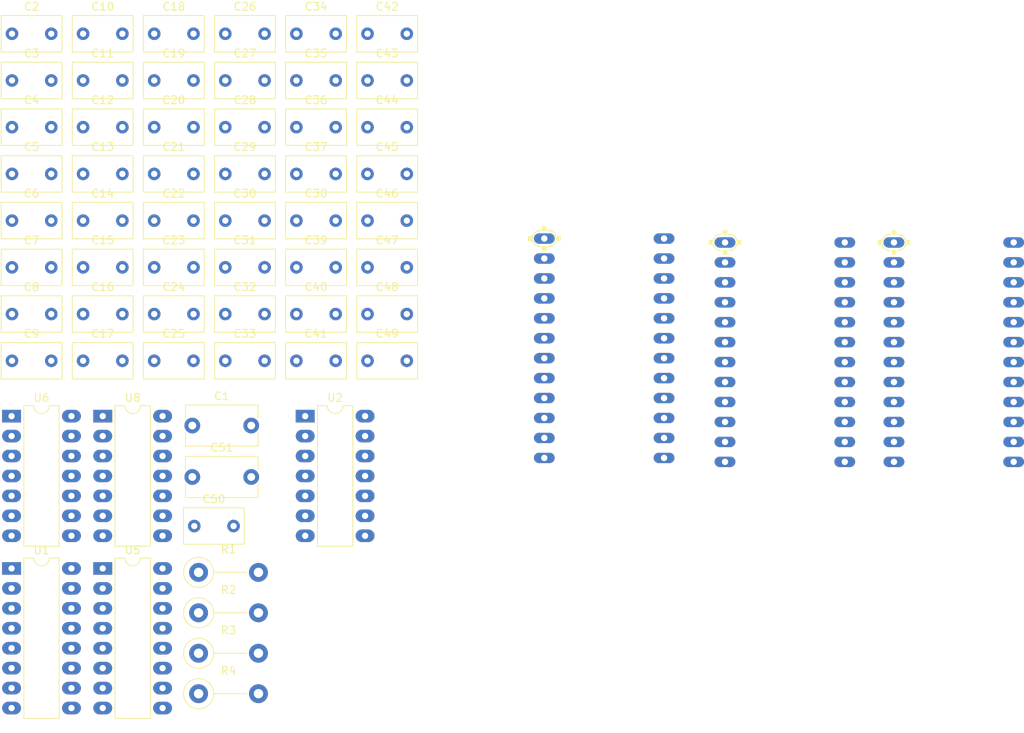
<source format=kicad_pcb>
(kicad_pcb (version 20240108) (generator "pcbnew") (generator_version "8.0")
  (layers (0 "F.Cu" signal) (31 "B.Cu" signal) (34 "B.Paste" user) (35 "F.Paste" user) (36 "B.SilkS" user "B.Silkscreen") (37 "F.SilkS" user "F.Silkscreen") (38 "B.Mask" user) (39 "F.Mask" user) (44 "Edge.Cuts" user))
  (net 0 "")
  (net 1 "Net-(C1-Pad2)")
  (net 2 "GND")
  (net 3 "+5VDC")
  (net 4 "Net-(U6B-DIS)")
  (net 5 "Net-(U6B-TR)")
  (net 6 "RESET")
  (net 7 "RAMBANK2")
  (net 8 "ROMBANK1")
  (net 9 "A14")
  (net 10 "Net-(U1A-E)")
  (net 11 "RAMBANK1")
  (net 12 "RAMBANK3")
  (net 13 "ROMBANK2")
  (net 14 "A15")
  (net 15 "Net-(U1A-O0)")
  (net 16 "A12")
  (net 17 "ROMBANK3")
  (net 18 "A13")
  (net 29 "A10")
  (net 30 "EXP4")
  (net 31 "EXP1")
  (net 32 "VDPSEL")
  (net 33 "A9")
  (net 34 "A8")
  (net 35 "EXP2")
  (net 36 "PIASEL")
  (net 37 "A11")
  (net 38 "SPEECHSEL")
  (net 39 "EXP3")
  (net 40 "EXP0")
  (net 44 "Net-(U6B-Q)")
  (footprint "Capacitor_THT:C_Disc_D7.5mm_W4.4mm_P5.00mm" (layer "F.Cu") (at 30.63 103.85)
    (property "Reference" "C4" (at 2.5 -3.45 0) (layer "F.SilkS"))
    (property "Value" "47uF")
    (pad "1" thru_hole circle (at 0 0) (size 1.6 1.6) (drill 0.8) (layers "*.Cu" "*.Mask") (net 3 "+5VDC"))
    (pad "2" thru_hole circle (at 5 0) (size 1.6 1.6) (drill 0.8) (layers "*.Cu" "*.Mask") (net 2 "GND"))
  )
  (footprint "Capacitor_THT:C_Disc_D7.5mm_W4.4mm_P5.00mm" (layer "F.Cu") (at 57.78 91.95)
    (property "Reference" "C26" (at 2.5 -3.45 0) (layer "F.SilkS"))
    (property "Value" "47uF")
    (pad "1" thru_hole circle (at 0 0) (size 1.6 1.6) (drill 0.8) (layers "*.Cu" "*.Mask") (net 3 "+5VDC"))
    (pad "2" thru_hole circle (at 5 0) (size 1.6 1.6) (drill 0.8) (layers "*.Cu" "*.Mask") (net 2 "GND"))
  )
  (footprint "Capacitor_THT:C_Disc_D7.5mm_W4.4mm_P5.00mm" (layer "F.Cu") (at 75.88 103.85)
    (property "Reference" "C44" (at 2.5 -3.45 0) (layer "F.SilkS"))
    (property "Value" "47uF")
    (pad "1" thru_hole circle (at 0 0) (size 1.6 1.6) (drill 0.8) (layers "*.Cu" "*.Mask") (net 3 "+5VDC"))
    (pad "2" thru_hole circle (at 5 0) (size 1.6 1.6) (drill 0.8) (layers "*.Cu" "*.Mask") (net 2 "GND"))
  )
  (footprint "Resistor_THT:R_Axial_DIN0411_L9.9mm_D3.6mm_P7.62mm_Vertical" (layer "F.Cu") (at 54.38 176)
    (property "Reference" "R4" (at 3.81 -2.92 0) (layer "F.SilkS"))
    (property "Value" "1K Ohm")
    (pad "1" thru_hole circle (at 0 0) (size 2.4 2.4) (drill 1.2) (layers "*.Cu" "*.Mask") (net 3 "+5VDC"))
    (pad "2" thru_hole oval (at 7.62 0) (size 2.4 2.4) (drill 1.2) (layers "*.Cu" "*.Mask") (net 6 "RESET"))
  )
  (footprint "Capacitor_THT:C_Disc_D7.5mm_W4.4mm_P5.00mm" (layer "F.Cu") (at 66.83 127.65)
    (property "Reference" "C40" (at 2.5 -3.45 0) (layer "F.SilkS"))
    (property "Value" "47uF")
    (pad "1" thru_hole circle (at 0 0) (size 1.6 1.6) (drill 0.8) (layers "*.Cu" "*.Mask") (net 3 "+5VDC"))
    (pad "2" thru_hole circle (at 5 0) (size 1.6 1.6) (drill 0.8) (layers "*.Cu" "*.Mask") (net 2 "GND"))
  )
  (footprint "Capacitor_THT:C_Disc_D9.0mm_W5.0mm_P7.50mm" (layer "F.Cu") (at 53.58 141.85)
    (property "Reference" "C1" (at 3.75 -3.75 0) (layer "F.SilkS"))
    (property "Value" "47uF")
    (pad "1" thru_hole circle (at 0 0) (size 2 2) (drill 1) (layers "*.Cu" "*.Mask") (net 2 "GND"))
    (pad "2" thru_hole circle (at 7.5 0) (size 2 2) (drill 1) (layers "*.Cu" "*.Mask") (net 1 "Net-(C1-Pad2)"))
  )
  (footprint "Capacitor_THT:C_Disc_D7.5mm_W4.4mm_P5.00mm" (layer "F.Cu") (at 75.88 109.8)
    (property "Reference" "C45" (at 2.5 -3.45 0) (layer "F.SilkS"))
    (property "Value" "47uF")
    (pad "1" thru_hole circle (at 0 0) (size 1.6 1.6) (drill 0.8) (layers "*.Cu" "*.Mask") (net 3 "+5VDC"))
    (pad "2" thru_hole circle (at 5 0) (size 1.6 1.6) (drill 0.8) (layers "*.Cu" "*.Mask") (net 2 "GND"))
  )
  (footprint "Capacitor_THT:C_Disc_D7.5mm_W4.4mm_P5.00mm" (layer "F.Cu") (at 39.68 115.75)
    (property "Reference" "C14" (at 2.5 -3.45 0) (layer "F.SilkS"))
    (property "Value" "47uF")
    (pad "1" thru_hole circle (at 0 0) (size 1.6 1.6) (drill 0.8) (layers "*.Cu" "*.Mask") (net 3 "+5VDC"))
    (pad "2" thru_hole circle (at 5 0) (size 1.6 1.6) (drill 0.8) (layers "*.Cu" "*.Mask") (net 2 "GND"))
  )
  (footprint "Capacitor_THT:C_Disc_D7.5mm_W4.4mm_P5.00mm" (layer "F.Cu") (at 57.78 103.85)
    (property "Reference" "C28" (at 2.5 -3.45 0) (layer "F.SilkS"))
    (property "Value" "47uF")
    (pad "1" thru_hole circle (at 0 0) (size 1.6 1.6) (drill 0.8) (layers "*.Cu" "*.Mask") (net 3 "+5VDC"))
    (pad "2" thru_hole circle (at 5 0) (size 1.6 1.6) (drill 0.8) (layers "*.Cu" "*.Mask") (net 2 "GND"))
  )
  (footprint "TheLittleEngineers.org-2732-TOFROM-2532-GCC-ECS-0001.2-09.APRIL.2019-02.JUNE.2019:DIL24" (layer "F.Cu") (at 150.5 132.5 -90)
    (property "Reference" "IC3" (hide yes))
    (property "Value" "2732" (hide yes))
    (pad "1" thru_hole oval (at -13.97 7.62) (size 2.6416 1.3208) (drill 0.8128) (layers "*.Cu" "*.Mask"))
    (pad "2" thru_hole oval (at -11.43 7.62) (size 2.6416 1.3208) (drill 0.8128) (layers "*.Cu" "*.Mask"))
    (pad "3" thru_hole oval (at -8.89 7.62) (size 2.6416 1.3208) (drill 0.8128) (layers "*.Cu" "*.Mask"))
    (pad "4" thru_hole oval (at -6.35 7.62) (size 2.6416 1.3208) (drill 0.8128) (layers "*.Cu" "*.Mask"))
    (pad "5" thru_hole oval (at -3.81 7.62) (size 2.6416 1.3208) (drill 0.8128) (layers "*.Cu" "*.Mask"))
    (pad "6" thru_hole oval (at -1.27 7.62) (size 2.6416 1.3208) (drill 0.8128) (layers "*.Cu" "*.Mask"))
    (pad "7" thru_hole oval (at 1.27 7.62) (size 2.6416 1.3208) (drill 0.8128) (layers "*.Cu" "*.Mask"))
    (pad "8" thru_hole oval (at 3.81 7.62) (size 2.6416 1.3208) (drill 0.8128) (layers "*.Cu" "*.Mask"))
    (pad "9" thru_hole oval (at 6.35 7.62) (size 2.6416 1.3208) (drill 0.8128) (layers "*.Cu" "*.Mask"))
    (pad "10" thru_hole oval (at 8.89 7.62) (size 2.6416 1.3208) (drill 0.8128) (layers "*.Cu" "*.Mask"))
    (pad "11" thru_hole oval (at 11.43 7.62) (size 2.6416 1.3208) (drill 0.8128) (layers "*.Cu" "*.Mask"))
    (pad "12" thru_hole oval (at 13.97 7.62) (size 2.6416 1.3208) (drill 0.8128) (layers "*.Cu" "*.Mask"))
    (pad "13" thru_hole oval (at 13.97 -7.62) (size 2.6416 1.3208) (drill 0.8128) (layers "*.Cu" "*.Mask"))
    (pad "14" thru_hole oval (at 11.43 -7.62) (size 2.6416 1.3208) (drill 0.8128) (layers "*.Cu" "*.Mask"))
    (pad "15" thru_hole oval (at 8.89 -7.62) (size 2.6416 1.3208) (drill 0.8128) (layers "*.Cu" "*.Mask"))
    (pad "16" thru_hole oval (at 6.35 -7.62) (size 2.6416 1.3208) (drill 0.8128) (layers "*.Cu" "*.Mask"))
    (pad "17" thru_hole oval (at 3.81 -7.62) (size 2.6416 1.3208) (drill 0.8128) (layers "*.Cu" "*.Mask"))
    (pad "18" thru_hole oval (at 1.27 -7.62) (size 2.6416 1.3208) (drill 0.8128) (layers "*.Cu" "*.Mask"))
    (pad "19" thru_hole oval (at -1.27 -7.62) (size 2.6416 1.3208) (drill 0.8128) (layers "*.Cu" "*.Mask"))
    (pad "20" thru_hole oval (at -3.81 -7.62) (size 2.6416 1.3208) (drill 0.8128) (layers "*.Cu" "*.Mask"))
    (pad "21" thru_hole oval (at -6.35 -7.62) (size 2.6416 1.3208) (drill 0.8128) (layers "*.Cu" "*.Mask"))
    (pad "22" thru_hole oval (at -8.89 -7.62) (size 2.6416 1.3208) (drill 0.8128) (layers "*.Cu" "*.Mask"))
    (pad "23" thru_hole oval (at -11.43 -7.62) (size 2.6416 1.3208) (drill 0.8128) (layers "*.Cu" "*.Mask"))
    (pad "24" thru_hole oval (at -13.97 -7.62) (size 2.6416 1.3208) (drill 0.8128) (layers "*.Cu" "*.Mask"))
  )
  (footprint "Capacitor_THT:C_Disc_D7.5mm_W4.4mm_P5.00mm" (layer "F.Cu") (at 30.63 97.9)
    (property "Reference" "C3" (at 2.5 -3.45 0) (layer "F.SilkS"))
    (property "Value" "47uF")
    (pad "1" thru_hole circle (at 0 0) (size 1.6 1.6) (drill 0.8) (layers "*.Cu" "*.Mask") (net 3 "+5VDC"))
    (pad "2" thru_hole circle (at 5 0) (size 1.6 1.6) (drill 0.8) (layers "*.Cu" "*.Mask") (net 2 "GND"))
  )
  (footprint "Resistor_THT:R_Axial_DIN0411_L9.9mm_D3.6mm_P7.62mm_Vertical" (layer "F.Cu") (at 54.38 160.55)
    (property "Reference" "R1" (at 3.81 -2.92 0) (layer "F.SilkS"))
    (property "Value" "47Ohm")
    (pad "1" thru_hole circle (at 0 0) (size 2.4 2.4) (drill 1.2) (layers "*.Cu" "*.Mask") (net 1 "Net-(C1-Pad2)"))
    (pad "2" thru_hole oval (at 7.62 0) (size 2.4 2.4) (drill 1.2) (layers "*.Cu" "*.Mask") (net 2 "GND"))
  )
  (footprint "Capacitor_THT:C_Disc_D7.5mm_W4.4mm_P5.00mm" (layer "F.Cu") (at 75.88 115.75)
    (property "Reference" "C46" (at 2.5 -3.45 0) (layer "F.SilkS"))
    (property "Value" "47uF")
    (pad "1" thru_hole circle (at 0 0) (size 1.6 1.6) (drill 0.8) (layers "*.Cu" "*.Mask") (net 3 "+5VDC"))
    (pad "2" thru_hole circle (at 5 0) (size 1.6 1.6) (drill 0.8) (layers "*.Cu" "*.Mask") (net 2 "GND"))
  )
  (footprint "Capacitor_THT:C_Disc_D7.5mm_W4.4mm_P5.00mm" (layer "F.Cu") (at 66.83 133.6)
    (property "Reference" "C41" (at 2.5 -3.45 0) (layer "F.SilkS"))
    (property "Value" "47uF")
    (pad "1" thru_hole circle (at 0 0) (size 1.6 1.6) (drill 0.8) (layers "*.Cu" "*.Mask") (net 3 "+5VDC"))
    (pad "2" thru_hole circle (at 5 0) (size 1.6 1.6) (drill 0.8) (layers "*.Cu" "*.Mask") (net 2 "GND"))
  )
  (footprint "Capacitor_THT:C_Disc_D7.5mm_W4.4mm_P5.00mm" (layer "F.Cu") (at 39.68 103.85)
    (property "Reference" "C12" (at 2.5 -3.45 0) (layer "F.SilkS"))
    (property "Value" "47uF")
    (pad "1" thru_hole circle (at 0 0) (size 1.6 1.6) (drill 0.8) (layers "*.Cu" "*.Mask") (net 3 "+5VDC"))
    (pad "2" thru_hole circle (at 5 0) (size 1.6 1.6) (drill 0.8) (layers "*.Cu" "*.Mask") (net 2 "GND"))
  )
  (footprint "Capacitor_THT:C_Disc_D7.5mm_W4.4mm_P5.00mm" (layer "F.Cu") (at 75.88 97.9)
    (property "Reference" "C43" (at 2.5 -3.45 0) (layer "F.SilkS"))
    (property "Value" "47uF")
    (pad "1" thru_hole circle (at 0 0) (size 1.6 1.6) (drill 0.8) (layers "*.Cu" "*.Mask") (net 3 "+5VDC"))
    (pad "2" thru_hole circle (at 5 0) (size 1.6 1.6) (drill 0.8) (layers "*.Cu" "*.Mask") (net 2 "GND"))
  )
  (footprint "Capacitor_THT:C_Disc_D7.5mm_W4.4mm_P5.00mm" (layer "F.Cu") (at 57.78 127.65)
    (property "Reference" "C32" (at 2.5 -3.45 0) (layer "F.SilkS"))
    (property "Value" "47uF")
    (pad "1" thru_hole circle (at 0 0) (size 1.6 1.6) (drill 0.8) (layers "*.Cu" "*.Mask") (net 3 "+5VDC"))
    (pad "2" thru_hole circle (at 5 0) (size 1.6 1.6) (drill 0.8) (layers "*.Cu" "*.Mask") (net 2 "GND"))
  )
  (footprint "Capacitor_THT:C_Disc_D7.5mm_W4.4mm_P5.00mm" (layer "F.Cu") (at 66.83 103.85)
    (property "Reference" "C36" (at 2.5 -3.45 0) (layer "F.SilkS"))
    (property "Value" "47uF")
    (pad "1" thru_hole circle (at 0 0) (size 1.6 1.6) (drill 0.8) (layers "*.Cu" "*.Mask") (net 3 "+5VDC"))
    (pad "2" thru_hole circle (at 5 0) (size 1.6 1.6) (drill 0.8) (layers "*.Cu" "*.Mask") (net 2 "GND"))
  )
  (footprint "Capacitor_THT:C_Disc_D7.5mm_W4.4mm_P5.00mm" (layer "F.Cu") (at 39.68 97.9)
    (property "Reference" "C11" (at 2.5 -3.45 0) (layer "F.SilkS"))
    (property "Value" "47uF")
    (pad "1" thru_hole circle (at 0 0) (size 1.6 1.6) (drill 0.8) (layers "*.Cu" "*.Mask") (net 3 "+5VDC"))
    (pad "2" thru_hole circle (at 5 0) (size 1.6 1.6) (drill 0.8) (layers "*.Cu" "*.Mask") (net 2 "GND"))
  )
  (footprint "Capacitor_THT:C_Disc_D7.5mm_W4.4mm_P5.00mm" (layer "F.Cu") (at 66.83 97.9)
    (property "Reference" "C35" (at 2.5 -3.45 0) (layer "F.SilkS"))
    (property "Value" "47uF")
    (pad "1" thru_hole circle (at 0 0) (size 1.6 1.6) (drill 0.8) (layers "*.Cu" "*.Mask") (net 3 "+5VDC"))
    (pad "2" thru_hole circle (at 5 0) (size 1.6 1.6) (drill 0.8) (layers "*.Cu" "*.Mask") (net 2 "GND"))
  )
  (footprint "Resistor_THT:R_Axial_DIN0411_L9.9mm_D3.6mm_P7.62mm_Vertical" (layer "F.Cu") (at 54.38 170.85)
    (property "Reference" "R3" (at 3.81 -2.92 0) (layer "F.SilkS"))
    (property "Value" "47K Ohm")
    (pad "1" thru_hole circle (at 0 0) (size 2.4 2.4) (drill 1.2) (layers "*.Cu" "*.Mask") (net 4 "Net-(U6B-DIS)"))
    (pad "2" thru_hole oval (at 7.62 0) (size 2.4 2.4) (drill 1.2) (layers "*.Cu" "*.Mask") (net 3 "+5VDC"))
  )
  (footprint "Capacitor_THT:C_Disc_D7.5mm_W4.4mm_P5.00mm" (layer "F.Cu") (at 48.73 127.65)
    (property "Reference" "C24" (at 2.5 -3.45 0) (layer "F.SilkS"))
    (property "Value" "47uF")
    (pad "1" thru_hole circle (at 0 0) (size 1.6 1.6) (drill 0.8) (layers "*.Cu" "*.Mask") (net 3 "+5VDC"))
    (pad "2" thru_hole circle (at 5 0) (size 1.6 1.6) (drill 0.8) (layers "*.Cu" "*.Mask") (net 2 "GND"))
  )
  (footprint "Package_DIP:DIP-14_W7.62mm_LongPads" (layer "F.Cu") (at 42.18 140.65)
    (property "Reference" "U8" (at 3.81 -2.33 0) (layer "F.SilkS"))
    (property "Value" "74LS06")
    (pad "1" thru_hole rect (at 0 0) (size 2.4 1.6) (drill 0.8) (layers "*.Cu" "*.Mask") (net 44 "Net-(U6B-Q)"))
    (pad "2" thru_hole oval (at 0 2.54) (size 2.4 1.6) (drill 0.8) (layers "*.Cu" "*.Mask") (net 6 "RESET"))
    (pad "3" thru_hole oval (at 0 5.08) (size 2.4 1.6) (drill 0.8) (layers "*.Cu" "*.Mask"))
    (pad "4" thru_hole oval (at 0 7.62) (size 2.4 1.6) (drill 0.8) (layers "*.Cu" "*.Mask"))
    (pad "5" thru_hole oval (at 0 10.16) (size 2.4 1.6) (drill 0.8) (layers "*.Cu" "*.Mask"))
    (pad "6" thru_hole oval (at 0 12.7) (size 2.4 1.6) (drill 0.8) (layers "*.Cu" "*.Mask"))
    (pad "7" thru_hole oval (at 0 15.24) (size 2.4 1.6) (drill 0.8) (layers "*.Cu" "*.Mask") (net 2 "GND"))
    (pad "8" thru_hole oval (at 7.62 15.24) (size 2.4 1.6) (drill 0.8) (layers "*.Cu" "*.Mask"))
    (pad "9" thru_hole oval (at 7.62 12.7) (size 2.4 1.6) (drill 0.8) (layers "*.Cu" "*.Mask"))
    (pad "10" thru_hole oval (at 7.62 10.16) (size 2.4 1.6) (drill 0.8) (layers "*.Cu" "*.Mask"))
    (pad "11" thru_hole oval (at 7.62 7.62) (size 2.4 1.6) (drill 0.8) (layers "*.Cu" "*.Mask"))
    (pad "12" thru_hole oval (at 7.62 5.08) (size 2.4 1.6) (drill 0.8) (layers "*.Cu" "*.Mask"))
    (pad "13" thru_hole oval (at 7.62 2.54) (size 2.4 1.6) (drill 0.8) (layers "*.Cu" "*.Mask"))
    (pad "14" thru_hole oval (at 7.62 0) (size 2.4 1.6) (drill 0.8) (layers "*.Cu" "*.Mask") (net 3 "+5VDC"))
  )
  (footprint "Capacitor_THT:C_Disc_D7.5mm_W4.4mm_P5.00mm" (layer "F.Cu") (at 30.63 115.75)
    (property "Reference" "C6" (at 2.5 -3.45 0) (layer "F.SilkS"))
    (property "Value" "47uF")
    (pad "1" thru_hole circle (at 0 0) (size 1.6 1.6) (drill 0.8) (layers "*.Cu" "*.Mask") (net 3 "+5VDC"))
    (pad "2" thru_hole circle (at 5 0) (size 1.6 1.6) (drill 0.8) (layers "*.Cu" "*.Mask") (net 2 "GND"))
  )
  (footprint "Capacitor_THT:C_Disc_D7.5mm_W4.4mm_P5.00mm" (layer "F.Cu") (at 66.83 121.7)
    (property "Reference" "C39" (at 2.5 -3.45 0) (layer "F.SilkS"))
    (property "Value" "47uF")
    (pad "1" thru_hole circle (at 0 0) (size 1.6 1.6) (drill 0.8) (layers "*.Cu" "*.Mask") (net 3 "+5VDC"))
    (pad "2" thru_hole circle (at 5 0) (size 1.6 1.6) (drill 0.8) (layers "*.Cu" "*.Mask") (net 2 "GND"))
  )
  (footprint "TheLittleEngineers.org-2732-TOFROM-2532-GCC-ECS-0001.2-09.APRIL.2019-02.JUNE.2019:DIL24" (layer "F.Cu") (at 106 132 -90)
    (property "Reference" "IC1" (hide yes))
    (property "Value" "2732" (hide yes))
    (pad "1" thru_hole oval (at -13.97 7.62) (size 2.6416 1.3208) (drill 0.8128) (layers "*.Cu" "*.Mask"))
    (pad "2" thru_hole oval (at -11.43 7.62) (size 2.6416 1.3208) (drill 0.8128) (layers "*.Cu" "*.Mask"))
    (pad "3" thru_hole oval (at -8.89 7.62) (size 2.6416 1.3208) (drill 0.8128) (layers "*.Cu" "*.Mask"))
    (pad "4" thru_hole oval (at -6.35 7.62) (size 2.6416 1.3208) (drill 0.8128) (layers "*.Cu" "*.Mask"))
    (pad "5" thru_hole oval (at -3.81 7.62) (size 2.6416 1.3208) (drill 0.8128) (layers "*.Cu" "*.Mask"))
    (pad "6" thru_hole oval (at -1.27 7.62) (size 2.6416 1.3208) (drill 0.8128) (layers "*.Cu" "*.Mask"))
    (pad "7" thru_hole oval (at 1.27 7.62) (size 2.6416 1.3208) (drill 0.8128) (layers "*.Cu" "*.Mask"))
    (pad "8" thru_hole oval (at 3.81 7.62) (size 2.6416 1.3208) (drill 0.8128) (layers "*.Cu" "*.Mask"))
    (pad "9" thru_hole oval (at 6.35 7.62) (size 2.6416 1.3208) (drill 0.8128) (layers "*.Cu" "*.Mask"))
    (pad "10" thru_hole oval (at 8.89 7.62) (size 2.6416 1.3208) (drill 0.8128) (layers "*.Cu" "*.Mask"))
    (pad "11" thru_hole oval (at 11.43 7.62) (size 2.6416 1.3208) (drill 0.8128) (layers "*.Cu" "*.Mask"))
    (pad "12" thru_hole oval (at 13.97 7.62) (size 2.6416 1.3208) (drill 0.8128) (layers "*.Cu" "*.Mask"))
    (pad "13" thru_hole oval (at 13.97 -7.62) (size 2.6416 1.3208) (drill 0.8128) (layers "*.Cu" "*.Mask"))
    (pad "14" thru_hole oval (at 11.43 -7.62) (size 2.6416 1.3208) (drill 0.8128) (layers "*.Cu" "*.Mask"))
    (pad "15" thru_hole oval (at 8.89 -7.62) (size 2.6416 1.3208) (drill 0.8128) (layers "*.Cu" "*.Mask"))
    (pad "16" thru_hole oval (at 6.35 -7.62) (size 2.6416 1.3208) (drill 0.8128) (layers "*.Cu" "*.Mask"))
    (pad "17" thru_hole oval (at 3.81 -7.62) (size 2.6416 1.3208) (drill 0.8128) (layers "*.Cu" "*.Mask"))
    (pad "18" thru_hole oval (at 1.27 -7.62) (size 2.6416 1.3208) (drill 0.8128) (layers "*.Cu" "*.Mask"))
    (pad "19" thru_hole oval (at -1.27 -7.62) (size 2.6416 1.3208) (drill 0.8128) (layers "*.Cu" "*.Mask"))
    (pad "20" thru_hole oval (at -3.81 -7.62) (size 2.6416 1.3208) (drill 0.8128) (layers "*.Cu" "*.Mask"))
    (pad "21" thru_hole oval (at -6.35 -7.62) (size 2.6416 1.3208) (drill 0.8128) (layers "*.Cu" "*.Mask"))
    (pad "22" thru_hole oval (at -8.89 -7.62) (size 2.6416 1.3208) (drill 0.8128) (layers "*.Cu" "*.Mask"))
    (pad "23" thru_hole oval (at -11.43 -7.62) (size 2.6416 1.3208) (drill 0.8128) (layers "*.Cu" "*.Mask"))
    (pad "24" thru_hole oval (at -13.97 -7.62) (size 2.6416 1.3208) (drill 0.8128) (layers "*.Cu" "*.Mask"))
  )
  (footprint "Package_DIP:DIP-16_W7.62mm_LongPads" (layer "F.Cu") (at 42.18 160.05)
    (property "Reference" "U5" (at 3.81 -2.33 0) (layer "F.SilkS"))
    (property "Value" "74LS138")
    (pad "1" thru_hole rect (at 0 0) (size 2.4 1.6) (drill 0.8) (layers "*.Cu" "*.Mask") (net 29 "A10"))
    (pad "2" thru_hole oval (at 0 2.54) (size 2.4 1.6) (drill 0.8) (layers "*.Cu" "*.Mask") (net 33 "A9"))
    (pad "3" thru_hole oval (at 0 5.08) (size 2.4 1.6) (drill 0.8) (layers "*.Cu" "*.Mask") (net 34 "A8"))
    (pad "4" thru_hole oval (at 0 7.62) (size 2.4 1.6) (drill 0.8) (layers "*.Cu" "*.Mask") (net 37 "A11"))
    (pad "5" thru_hole oval (at 0 10.16) (size 2.4 1.6) (drill 0.8) (layers "*.Cu" "*.Mask") (net 15 "Net-(U1A-O0)"))
    (pad "6" thru_hole oval (at 0 12.7) (size 2.4 1.6) (drill 0.8) (layers "*.Cu" "*.Mask") (net 2 "GND"))
    (pad "7" thru_hole oval (at 0 15.24) (size 2.4 1.6) (drill 0.8) (layers "*.Cu" "*.Mask") (net 30 "EXP4"))
    (pad "8" thru_hole oval (at 0 17.78) (size 2.4 1.6) (drill 0.8) (layers "*.Cu" "*.Mask") (net 2 "GND"))
    (pad "9" thru_hole oval (at 7.62 17.78) (size 2.4 1.6) (drill 0.8) (layers "*.Cu" "*.Mask") (net 39 "EXP3"))
    (pad "10" thru_hole oval (at 7.62 15.24) (size 2.4 1.6) (drill 0.8) (layers "*.Cu" "*.Mask") (net 35 "EXP2"))
    (pad "11" thru_hole oval (at 7.62 12.7) (size 2.4 1.6) (drill 0.8) (layers "*.Cu" "*.Mask") (net 31 "EXP1"))
    (pad "12" thru_hole oval (at 7.62 10.16) (size 2.4 1.6) (drill 0.8) (layers "*.Cu" "*.Mask") (net 40 "EXP0"))
    (pad "13" thru_hole oval (at 7.62 7.62) (size 2.4 1.6) (drill 0.8) (layers "*.Cu" "*.Mask") (net 38 "SPEECHSEL"))
    (pad "14" thru_hole oval (at 7.62 5.08) (size 2.4 1.6) (drill 0.8) (layers "*.Cu" "*.Mask") (net 36 "PIASEL"))
    (pad "15" thru_hole oval (at 7.62 2.54) (size 2.4 1.6) (drill 0.8) (layers "*.Cu" "*.Mask") (net 32 "VDPSEL"))
    (pad "16" thru_hole oval (at 7.62 0) (size 2.4 1.6) (drill 0.8) (layers "*.Cu" "*.Mask") (net 3 "+5VDC"))
  )
  (footprint "TheLittleEngineers.org-2732-TOFROM-2532-GCC-ECS-0001.2-09.APRIL.2019-02.JUNE.2019:DIL24" (layer "F.Cu") (at 129 132.5 -90)
    (property "Reference" "IC2" (hide yes))
    (property "Value" "2732" (hide yes))
    (pad "1" thru_hole oval (at -13.97 7.62) (size 2.6416 1.3208) (drill 0.8128) (layers "*.Cu" "*.Mask"))
    (pad "2" thru_hole oval (at -11.43 7.62) (size 2.6416 1.3208) (drill 0.8128) (layers "*.Cu" "*.Mask"))
    (pad "3" thru_hole oval (at -8.89 7.62) (size 2.6416 1.3208) (drill 0.8128) (layers "*.Cu" "*.Mask"))
    (pad "4" thru_hole oval (at -6.35 7.62) (size 2.6416 1.3208) (drill 0.8128) (layers "*.Cu" "*.Mask"))
    (pad "5" thru_hole oval (at -3.81 7.62) (size 2.6416 1.3208) (drill 0.8128) (layers "*.Cu" "*.Mask"))
    (pad "6" thru_hole oval (at -1.27 7.62) (size 2.6416 1.3208) (drill 0.8128) (layers "*.Cu" "*.Mask"))
    (pad "7" thru_hole oval (at 1.27 7.62) (size 2.6416 1.3208) (drill 0.8128) (layers "*.Cu" "*.Mask"))
    (pad "8" thru_hole oval (at 3.81 7.62) (size 2.6416 1.3208) (drill 0.8128) (layers "*.Cu" "*.Mask"))
    (pad "9" thru_hole oval (at 6.35 7.62) (size 2.6416 1.3208) (drill 0.8128) (layers "*.Cu" "*.Mask"))
    (pad "10" thru_hole oval (at 8.89 7.62) (size 2.6416 1.3208) (drill 0.8128) (layers "*.Cu" "*.Mask"))
    (pad "11" thru_hole oval (at 11.43 7.62) (size 2.6416 1.3208) (drill 0.8128) (layers "*.Cu" "*.Mask"))
    (pad "12" thru_hole oval (at 13.97 7.62) (size 2.6416 1.3208) (drill 0.8128) (layers "*.Cu" "*.Mask"))
    (pad "13" thru_hole oval (at 13.97 -7.62) (size 2.6416 1.3208) (drill 0.8128) (layers "*.Cu" "*.Mask"))
    (pad "14" thru_hole oval (at 11.43 -7.62) (size 2.6416 1.3208) (drill 0.8128) (layers "*.Cu" "*.Mask"))
    (pad "15" thru_hole oval (at 8.89 -7.62) (size 2.6416 1.3208) (drill 0.8128) (layers "*.Cu" "*.Mask"))
    (pad "16" thru_hole oval (at 6.35 -7.62) (size 2.6416 1.3208) (drill 0.8128) (layers "*.Cu" "*.Mask"))
    (pad "17" thru_hole oval (at 3.81 -7.62) (size 2.6416 1.3208) (drill 0.8128) (layers "*.Cu" "*.Mask"))
    (pad "18" thru_hole oval (at 1.27 -7.62) (size 2.6416 1.3208) (drill 0.8128) (layers "*.Cu" "*.Mask"))
    (pad "19" thru_hole oval (at -1.27 -7.62) (size 2.6416 1.3208) (drill 0.8128) (layers "*.Cu" "*.Mask"))
    (pad "20" thru_hole oval (at -3.81 -7.62) (size 2.6416 1.3208) (drill 0.8128) (layers "*.Cu" "*.Mask"))
    (pad "21" thru_hole oval (at -6.35 -7.62) (size 2.6416 1.3208) (drill 0.8128) (layers "*.Cu" "*.Mask"))
    (pad "22" thru_hole oval (at -8.89 -7.62) (size 2.6416 1.3208) (drill 0.8128) (layers "*.Cu" "*.Mask"))
    (pad "23" thru_hole oval (at -11.43 -7.62) (size 2.6416 1.3208) (drill 0.8128) (layers "*.Cu" "*.Mask"))
    (pad "24" thru_hole oval (at -13.97 -7.62) (size 2.6416 1.3208) (drill 0.8128) (layers "*.Cu" "*.Mask"))
  )
  (footprint "Package_DIP:DIP-14_W7.62mm_LongPads" (layer "F.Cu") (at 30.58 140.65)
    (property "Reference" "U6" (at 3.81 -2.33 0) (layer "F.SilkS"))
    (property "Value" "NE556")
    (pad "1" thru_hole rect (at 0 0) (size 2.4 1.6) (drill 0.8) (layers "*.Cu" "*.Mask"))
    (pad "2" thru_hole oval (at 0 2.54) (size 2.4 1.6) (drill 0.8) (layers "*.Cu" "*.Mask"))
    (pad "3" thru_hole oval (at 0 5.08) (size 2.4 1.6) (drill 0.8) (layers "*.Cu" "*.Mask"))
    (pad "4" thru_hole oval (at 0 7.62) (size 2.4 1.6) (drill 0.8) (layers "*.Cu" "*.Mask"))
    (pad "5" thru_hole oval (at 0 10.16) (size 2.4 1.6) (drill 0.8) (layers "*.Cu" "*.Mask"))
    (pad "6" thru_hole oval (at 0 12.7) (size 2.4 1.6) (drill 0.8) (layers "*.Cu" "*.Mask"))
    (pad "7" thru_hole oval (at 0 15.24) (size 2.4 1.6) (drill 0.8) (layers "*.Cu" "*.Mask") (net 2 "GND"))
    (pad "8" thru_hole oval (at 7.62 15.24) (size 2.4 1.6) (drill 0.8) (layers "*.Cu" "*.Mask") (net 5 "Net-(U6B-TR)"))
    (pad "9" thru_hole oval (at 7.62 12.7) (size 2.4 1.6) (drill 0.8) (layers "*.Cu" "*.Mask") (net 44 "Net-(U6B-Q)"))
    (pad "10" thru_hole oval (at 7.62 10.16) (size 2.4 1.6) (drill 0.8) (layers "*.Cu" "*.Mask") (net 3 "+5VDC"))
    (pad "11" thru_hole oval (at 7.62 7.62) (size 2.4 1.6) (drill 0.8) (layers "*.Cu" "*.Mask"))
    (pad "12" thru_hole oval (at 7.62 5.08) (size 2.4 1.6) (drill 0.8) (layers "*.Cu" "*.Mask") (net 4 "Net-(U6B-DIS)"))
    (pad "13" thru_hole oval (at 7.62 2.54) (size 2.4 1.6) (drill 0.8) (layers "*.Cu" "*.Mask") (net 4 "Net-(U6B-DIS)"))
    (pad "14" thru_hole oval (at 7.62 0) (size 2.4 1.6) (drill 0.8) (layers "*.Cu" "*.Mask") (net 3 "+5VDC"))
  )
  (footprint "Package_DIP:DIP-16_W7.62mm_LongPads" (layer "F.Cu") (at 30.58 160.05)
    (property "Reference" "U1" (at 3.81 -2.33 0) (layer "F.SilkS"))
    (property "Value" "74LS139")
    (pad "1" thru_hole rect (at 0 0) (size 2.4 1.6) (drill 0.8) (layers "*.Cu" "*.Mask") (net 10 "Net-(U1A-E)"))
    (pad "2" thru_hole oval (at 0 2.54) (size 2.4 1.6) (drill 0.8) (layers "*.Cu" "*.Mask") (net 16 "A12"))
    (pad "3" thru_hole oval (at 0 5.08) (size 2.4 1.6) (drill 0.8) (layers "*.Cu" "*.Mask") (net 18 "A13"))
    (pad "4" thru_hole oval (at 0 7.62) (size 2.4 1.6) (drill 0.8) (layers "*.Cu" "*.Mask") (net 15 "Net-(U1A-O0)"))
    (pad "5" thru_hole oval (at 0 10.16) (size 2.4 1.6) (drill 0.8) (layers "*.Cu" "*.Mask") (net 8 "ROMBANK1"))
    (pad "6" thru_hole oval (at 0 12.7) (size 2.4 1.6) (drill 0.8) (layers "*.Cu" "*.Mask") (net 13 "ROMBANK2"))
    (pad "7" thru_hole oval (at 0 15.24) (size 2.4 1.6) (drill 0.8) (layers "*.Cu" "*.Mask") (net 17 "ROMBANK3"))
    (pad "8" thru_hole oval (at 0 17.78) (size 2.4 1.6) (drill 0.8) (layers "*.Cu" "*.Mask") (net 2 "GND"))
    (pad "9" thru_hole oval (at 7.62 17.78) (size 2.4 1.6) (drill 0.8) (layers "*.Cu" "*.Mask") (net 10 "Net-(U1A-E)"))
    (pad "10" thru_hole oval (at 7.62 15.24) (size 2.4 1.6) (drill 0.8) (layers "*.Cu" "*.Mask") (net 12 "RAMBANK3"))
    (pad "11" thru_hole oval (at 7.62 12.7) (size 2.4 1.6) (drill 0.8) (layers "*.Cu" "*.Mask") (net 7 "RAMBANK2"))
    (pad "12" thru_hole oval (at 7.62 10.16) (size 2.4 1.6) (drill 0.8) (layers "*.Cu" "*.Mask") (net 11 "RAMBANK1"))
    (pad "13" thru_hole oval (at 7.62 7.62) (size 2.4 1.6) (drill 0.8) (layers "*.Cu" "*.Mask") (net 14 "A15"))
    (pad "14" thru_hole oval (at 7.62 5.08) (size 2.4 1.6) (drill 0.8) (layers "*.Cu" "*.Mask") (net 9 "A14"))
    (pad "15" thru_hole oval (at 7.62 2.54) (size 2.4 1.6) (drill 0.8) (layers "*.Cu" "*.Mask") (net 2 "GND"))
    (pad "16" thru_hole oval (at 7.62 0) (size 2.4 1.6) (drill 0.8) (layers "*.Cu" "*.Mask") (net 3 "+5VDC"))
  )
  (footprint "Capacitor_THT:C_Disc_D7.5mm_W4.4mm_P5.00mm" (layer "F.Cu") (at 39.68 109.8)
    (property "Reference" "C13" (at 2.5 -3.45 0) (layer "F.SilkS"))
    (property "Value" "47uF")
    (pad "1" thru_hole circle (at 0 0) (size 1.6 1.6) (drill 0.8) (layers "*.Cu" "*.Mask") (net 3 "+5VDC"))
    (pad "2" thru_hole circle (at 5 0) (size 1.6 1.6) (drill 0.8) (layers "*.Cu" "*.Mask") (net 2 "GND"))
  )
  (footprint "Capacitor_THT:C_Disc_D7.5mm_W4.4mm_P5.00mm" (layer "F.Cu") (at 66.83 91.95)
    (property "Reference" "C34" (at 2.5 -3.45 0) (layer "F.SilkS"))
    (property "Value" "47uF")
    (pad "1" thru_hole circle (at 0 0) (size 1.6 1.6) (drill 0.8) (layers "*.Cu" "*.Mask") (net 3 "+5VDC"))
    (pad "2" thru_hole circle (at 5 0) (size 1.6 1.6) (drill 0.8) (layers "*.Cu" "*.Mask") (net 2 "GND"))
  )
  (footprint "Capacitor_THT:C_Disc_D7.5mm_W4.4mm_P5.00mm" (layer "F.Cu") (at 30.63 127.65)
    (property "Reference" "C8" (at 2.5 -3.45 0) (layer "F.SilkS"))
    (property "Value" "47uF")
    (pad "1" thru_hole circle (at 0 0) (size 1.6 1.6) (drill 0.8) (layers "*.Cu" "*.Mask") (net 3 "+5VDC"))
    (pad "2" thru_hole circle (at 5 0) (size 1.6 1.6) (drill 0.8) (layers "*.Cu" "*.Mask") (net 2 "GND"))
  )
  (footprint "Capacitor_THT:C_Disc_D7.5mm_W4.4mm_P5.00mm" (layer "F.Cu") (at 39.68 91.95)
    (property "Reference" "C10" (at 2.5 -3.45 0) (layer "F.SilkS"))
    (property "Value" "47uF")
    (pad "1" thru_hole circle (at 0 0) (size 1.6 1.6) (drill 0.8) (layers "*.Cu" "*.Mask") (net 3 "+5VDC"))
    (pad "2" thru_hole circle (at 5 0) (size 1.6 1.6) (drill 0.8) (layers "*.Cu" "*.Mask") (net 2 "GND"))
  )
  (footprint "Resistor_THT:R_Axial_DIN0411_L9.9mm_D3.6mm_P7.62mm_Vertical" (layer "F.Cu") (at 54.38 165.7)
    (property "Reference" "R2" (at 3.81 -2.92 0) (layer "F.SilkS"))
    (property "Value" "1M Ohm")
    (pad "1" thru_hole circle (at 0 0) (size 2.4 2.4) (drill 1.2) (layers "*.Cu" "*.Mask") (net 3 "+5VDC"))
    (pad "2" thru_hole oval (at 7.62 0) (size 2.4 2.4) (drill 1.2) (layers "*.Cu" "*.Mask") (net 5 "Net-(U6B-TR)"))
  )
  (footprint "Capacitor_THT:C_Disc_D7.5mm_W4.4mm_P5.00mm" (layer "F.Cu") (at 66.83 109.8)
    (property "Reference" "C37" (at 2.5 -3.45 0) (layer "F.SilkS"))
    (property "Value" "47uF")
    (pad "1" thru_hole circle (at 0 0) (size 1.6 1.6) (drill 0.8) (layers "*.Cu" "*.Mask") (net 3 "+5VDC"))
    (pad "2" thru_hole circle (at 5 0) (size 1.6 1.6) (drill 0.8) (layers "*.Cu" "*.Mask") (net 2 "GND"))
  )
  (footprint "Capacitor_THT:C_Disc_D7.5mm_W4.4mm_P5.00mm" (layer "F.Cu") (at 48.73 91.95)
    (property "Reference" "C18" (at 2.5 -3.45 0) (layer "F.SilkS"))
    (property "Value" "47uF")
    (pad "1" thru_hole circle (at 0 0) (size 1.6 1.6) (drill 0.8) (layers "*.Cu" "*.Mask") (net 3 "+5VDC"))
    (pad "2" thru_hole circle (at 5 0) (size 1.6 1.6) (drill 0.8) (layers "*.Cu" "*.Mask") (net 2 "GND"))
  )
  (footprint "Capacitor_THT:C_Disc_D7.5mm_W4.4mm_P5.00mm" (layer "F.Cu") (at 57.78 109.8)
    (property "Reference" "C29" (at 2.5 -3.45 0) (layer "F.SilkS"))
    (property "Value" "47uF")
    (pad "1" thru_hole circle (at 0 0) (size 1.6 1.6) (drill 0.8) (layers "*.Cu" "*.Mask") (net 3 "+5VDC"))
    (pad "2" thru_hole circle (at 5 0) (size 1.6 1.6) (drill 0.8) (layers "*.Cu" "*.Mask") (net 2 "GND"))
  )
  (footprint "Capacitor_THT:C_Disc_D7.5mm_W4.4mm_P5.00mm" (layer "F.Cu") (at 30.63 121.7)
    (property "Reference" "C7" (at 2.5 -3.45 0) (layer "F.SilkS"))
    (property "Value" "47uF")
    (pad "1" thru_hole circle (at 0 0) (size 1.6 1.6) (drill 0.8) (layers "*.Cu" "*.Mask") (net 3 "+5VDC"))
    (pad "2" thru_hole circle (at 5 0) (size 1.6 1.6) (drill 0.8) (layers "*.Cu" "*.Mask") (net 2 "GND"))
  )
  (footprint "Capacitor_THT:C_Disc_D7.5mm_W4.4mm_P5.00mm" (layer "F.Cu") (at 48.73 133.6)
    (property "Reference" "C25" (at 2.5 -3.45 0) (layer "F.SilkS"))
    (property "Value" "47uF")
    (pad "1" thru_hole circle (at 0 0) (size 1.6 1.6) (drill 0.8) (layers "*.Cu" "*.Mask") (net 3 "+5VDC"))
    (pad "2" thru_hole circle (at 5 0) (size 1.6 1.6) (drill 0.8) (layers "*.Cu" "*.Mask") (net 2 "GND"))
  )
  (footprint "Capacitor_THT:C_Disc_D7.5mm_W4.4mm_P5.00mm" (layer "F.Cu") (at 75.88 121.7)
    (property "Reference" "C47" (at 2.5 -3.45 0) (layer "F.SilkS"))
    (property "Value" "47uF")
    (pad "1" thru_hole circle (at 0 0) (size 1.6 1.6) (drill 0.8) (layers "*.Cu" "*.Mask") (net 3 "+5VDC"))
    (pad "2" thru_hole circle (at 5 0) (size 1.6 1.6) (drill 0.8) (layers "*.Cu" "*.Mask") (net 2 "GND"))
  )
  (footprint "Capacitor_THT:C_Disc_D7.5mm_W4.4mm_P5.00mm" (layer "F.Cu") (at 48.73 115.75)
    (property "Reference" "C22" (at 2.5 -3.45 0) (layer "F.SilkS"))
    (property "Value" "47uF")
    (pad "1" thru_hole circle (at 0 0) (size 1.6 1.6) (drill 0.8) (layers "*.Cu" "*.Mask") (net 3 "+5VDC"))
    (pad "2" thru_hole circle (at 5 0) (size 1.6 1.6) (drill 0.8) (layers "*.Cu" "*.Mask") (net 2 "GND"))
  )
  (footprint "Capacitor_THT:C_Disc_D7.5mm_W4.4mm_P5.00mm" (layer "F.Cu") (at 48.73 103.85)
    (property "Reference" "C20" (at 2.5 -3.45 0) (layer "F.SilkS"))
    (property "Value" "47uF")
    (pad "1" thru_hole circle (at 0 0) (size 1.6 1.6) (drill 0.8) (layers "*.Cu" "*.Mask") (net 3 "+5VDC"))
    (pad "2" thru_hole circle (at 5 0) (size 1.6 1.6) (drill 0.8) (layers "*.Cu" "*.Mask") (net 2 "GND"))
  )
  (footprint "Capacitor_THT:C_Disc_D7.5mm_W4.4mm_P5.00mm" (layer "F.Cu") (at 30.63 133.6)
    (property "Reference" "C9" (at 2.5 -3.45 0) (layer "F.SilkS"))
    (property "Value" "47uF")
    (pad "1" thru_hole circle (at 0 0) (size 1.6 1.6) (drill 0.8) (layers "*.Cu" "*.Mask") (net 3 "+5VDC"))
    (pad "2" thru_hole circle (at 5 0) (size 1.6 1.6) (drill 0.8) (layers "*.Cu" "*.Mask") (net 2 "GND"))
  )
  (footprint "Capacitor_THT:C_Disc_D7.5mm_W4.4mm_P5.00mm" (layer "F.Cu") (at 75.88 133.6)
    (property "Reference" "C49" (at 2.5 -3.45 0) (layer "F.SilkS"))
    (property "Value" "47uF")
    (pad "1" thru_hole circle (at 0 0) (size 1.6 1.6) (drill 0.8) (layers "*.Cu" "*.Mask") (net 3 "+5VDC"))
    (pad "2" thru_hole circle (at 5 0) (size 1.6 1.6) (drill 0.8) (layers "*.Cu" "*.Mask") (net 2 "GND"))
  )
  (footprint "Capacitor_THT:C_Disc_D7.5mm_W4.4mm_P5.00mm" (layer "F.Cu") (at 39.68 127.65)
    (property "Reference" "C16" (at 2.5 -3.45 0) (layer "F.SilkS"))
    (property "Value" "47uF")
    (pad "1" thru_hole circle (at 0 0) (size 1.6 1.6) (drill 0.8) (layers "*.Cu" "*.Mask") (net 3 "+5VDC"))
    (pad "2" thru_hole circle (at 5 0) (size 1.6 1.6) (drill 0.8) (layers "*.Cu" "*.Mask") (net 2 "GND"))
  )
  (footprint "Capacitor_THT:C_Disc_D7.5mm_W4.4mm_P5.00mm" (layer "F.Cu") (at 39.68 133.6)
    (property "Reference" "C17" (at 2.5 -3.45 0) (layer "F.SilkS"))
    (property "Value" "47uF")
    (pad "1" thru_hole circle (at 0 0) (size 1.6 1.6) (drill 0.8) (layers "*.Cu" "*.Mask") (net 3 "+5VDC"))
    (pad "2" thru_hole circle (at 5 0) (size 1.6 1.6) (drill 0.8) (layers "*.Cu" "*.Mask") (net 2 "GND"))
  )
  (footprint "Capacitor_THT:C_Disc_D7.5mm_W4.4mm_P5.00mm" (layer "F.Cu") (at 57.78 121.7)
    (property "Reference" "C31" (at 2.5 -3.45 0) (layer "F.SilkS"))
    (property "Value" "47uF")
    (pad "1" thru_hole circle (at 0 0) (size 1.6 1.6) (drill 0.8) (layers "*.Cu" "*.Mask") (net 3 "+5VDC"))
    (pad "2" thru_hole circle (at 5 0) (size 1.6 1.6) (drill 0.8) (layers "*.Cu" "*.Mask") (net 2 "GND"))
  )
  (footprint "Capacitor_THT:C_Disc_D9.0mm_W5.0mm_P7.50mm" (layer "F.Cu") (at 53.58 148.4)
    (property "Reference" "C51" (at 3.75 -3.75 0) (layer "F.SilkS"))
    (property "Value" "10 uF")
    (pad "1" thru_hole circle (at 0 0) (size 2 2) (drill 1) (layers "*.Cu" "*.Mask") (net 4 "Net-(U6B-DIS)"))
    (pad "2" thru_hole circle (at 7.5 0) (size 2 2) (drill 1) (layers "*.Cu" "*.Mask") (net 2 "GND"))
  )
  (footprint "Capacitor_THT:C_Disc_D7.5mm_W4.4mm_P5.00mm" (layer "F.Cu") (at 39.68 121.7)
    (property "Reference" "C15" (at 2.5 -3.45 0) (layer "F.SilkS"))
    (property "Value" "47uF")
    (pad "1" thru_hole circle (at 0 0) (size 1.6 1.6) (drill 0.8) (layers "*.Cu" "*.Mask") (net 3 "+5VDC"))
    (pad "2" thru_hole circle (at 5 0) (size 1.6 1.6) (drill 0.8) (layers "*.Cu" "*.Mask") (net 2 "GND"))
  )
  (footprint "Capacitor_THT:C_Disc_D7.5mm_W4.4mm_P5.00mm" (layer "F.Cu") (at 75.88 127.65)
    (property "Reference" "C48" (at 2.5 -3.45 0) (layer "F.SilkS"))
    (property "Value" "47uF")
    (pad "1" thru_hole circle (at 0 0) (size 1.6 1.6) (drill 0.8) (layers "*.Cu" "*.Mask") (net 3 "+5VDC"))
    (pad "2" thru_hole circle (at 5 0) (size 1.6 1.6) (drill 0.8) (layers "*.Cu" "*.Mask") (net 2 "GND"))
  )
  (footprint "Capacitor_THT:C_Disc_D7.5mm_W4.4mm_P5.00mm" (layer "F.Cu") (at 57.78 133.6)
    (property "Reference" "C33" (at 2.5 -3.45 0) (layer "F.SilkS"))
    (property "Value" "47uF")
    (pad "1" thru_hole circle (at 0 0) (size 1.6 1.6) (drill 0.8) (layers "*.Cu" "*.Mask") (net 3 "+5VDC"))
    (pad "2" thru_hole circle (at 5 0) (size 1.6 1.6) (drill 0.8) (layers "*.Cu" "*.Mask") (net 2 "GND"))
  )
  (footprint "Capacitor_THT:C_Disc_D7.5mm_W4.4mm_P5.00mm" (layer "F.Cu") (at 57.78 115.75)
    (property "Reference" "C30" (at 2.5 -3.45 0) (layer "F.SilkS"))
    (property "Value" "47uF")
    (pad "1" thru_hole circle (at 0 0) (size 1.6 1.6) (drill 0.8) (layers "*.Cu" "*.Mask") (net 3 "+5VDC"))
    (pad "2" thru_hole circle (at 5 0) (size 1.6 1.6) (drill 0.8) (layers "*.Cu" "*.Mask") (net 2 "GND"))
  )
  (footprint "Capacitor_THT:C_Disc_D7.5mm_W4.4mm_P5.00mm" (layer "F.Cu") (at 48.73 109.8)
    (property "Reference" "C21" (at 2.5 -3.45 0) (layer "F.SilkS"))
    (property "Value" "47uF")
    (pad "1" thru_hole circle (at 0 0) (size 1.6 1.6) (drill 0.8) (layers "*.Cu" "*.Mask") (net 3 "+5VDC"))
    (pad "2" thru_hole circle (at 5 0) (size 1.6 1.6) (drill 0.8) (layers "*.Cu" "*.Mask") (net 2 "GND"))
  )
  (footprint "Package_DIP:DIP-14_W7.62mm_LongPads" (layer "F.Cu") (at 67.95 140.65)
    (property "Reference" "U2" (at 3.81 -2.33 0) (layer "F.SilkS"))
    (property "Value" "74LS06")
    (pad "1" thru_hole rect (at 0 0) (size 2.4 1.6) (drill 0.8) (layers "*.Cu" "*.Mask"))
    (pad "2" thru_hole oval (at 0 2.54) (size 2.4 1.6) (drill 0.8) (layers "*.Cu" "*.Mask"))
    (pad "3" thru_hole oval (at 0 5.08) (size 2.4 1.6) (drill 0.8) (layers "*.Cu" "*.Mask"))
    (pad "4" thru_hole oval (at 0 7.62) (size 2.4 1.6) (drill 0.8) (layers "*.Cu" "*.Mask"))
    (pad "5" thru_hole oval (at 0 10.16) (size 2.4 1.6) (drill 0.8) (layers "*.Cu" "*.Mask"))
    (pad "6" thru_hole oval (at 0 12.7) (size 2.4 1.6) (drill 0.8) (layers "*.Cu" "*.Mask"))
    (pad "7" thru_hole oval (at 0 15.24) (size 2.4 1.6) (drill 0.8) (layers "*.Cu" "*.Mask"))
    (pad "8" thru_hole oval (at 7.62 15.24) (size 2.4 1.6) (drill 0.8) (layers "*.Cu" "*.Mask"))
    (pad "9" thru_hole oval (at 7.62 12.7) (size 2.4 1.6) (drill 0.8) (layers "*.Cu" "*.Mask"))
    (pad "10" thru_hole oval (at 7.62 10.16) (size 2.4 1.6) (drill 0.8) (layers "*.Cu" "*.Mask"))
    (pad "11" thru_hole oval (at 7.62 7.62) (size 2.4 1.6) (drill 0.8) (layers "*.Cu" "*.Mask"))
    (pad "12" thru_hole oval (at 7.62 5.08) (size 2.4 1.6) (drill 0.8) (layers "*.Cu" "*.Mask"))
    (pad "13" thru_hole oval (at 7.62 2.54) (size 2.4 1.6) (drill 0.8) (layers "*.Cu" "*.Mask"))
    (pad "14" thru_hole oval (at 7.62 0) (size 2.4 1.6) (drill 0.8) (layers "*.Cu" "*.Mask"))
  )
  (footprint "Capacitor_THT:C_Disc_D7.5mm_W4.4mm_P5.00mm" (layer "F.Cu") (at 48.73 97.9)
    (property "Reference" "C19" (at 2.5 -3.45 0) (layer "F.SilkS"))
    (property "Value" "47uF")
    (pad "1" thru_hole circle (at 0 0) (size 1.6 1.6) (drill 0.8) (layers "*.Cu" "*.Mask") (net 3 "+5VDC"))
    (pad "2" thru_hole circle (at 5 0) (size 1.6 1.6) (drill 0.8) (layers "*.Cu" "*.Mask") (net 2 "GND"))
  )
  (footprint "Capacitor_THT:C_Disc_D7.5mm_W4.4mm_P5.00mm" (layer "F.Cu") (at 30.63 91.95)
    (property "Reference" "C2" (at 2.5 -3.45 0) (layer "F.SilkS"))
    (property "Value" "47uF")
    (pad "1" thru_hole circle (at 0 0) (size 1.6 1.6) (drill 0.8) (layers "*.Cu" "*.Mask") (net 3 "+5VDC"))
    (pad "2" thru_hole circle (at 5 0) (size 1.6 1.6) (drill 0.8) (layers "*.Cu" "*.Mask") (net 2 "GND"))
  )
  (footprint "Capacitor_THT:C_Disc_D7.5mm_W4.4mm_P5.00mm" (layer "F.Cu") (at 66.83 115.75)
    (property "Reference" "C38" (at 2.5 -3.45 0) (layer "F.SilkS"))
    (property "Value" "47uF")
    (pad "1" thru_hole circle (at 0 0) (size 1.6 1.6) (drill 0.8) (layers "*.Cu" "*.Mask") (net 3 "+5VDC"))
    (pad "2" thru_hole circle (at 5 0) (size 1.6 1.6) (drill 0.8) (layers "*.Cu" "*.Mask") (net 2 "GND"))
  )
  (footprint "Capacitor_THT:C_Disc_D7.5mm_W4.4mm_P5.00mm" (layer "F.Cu") (at 48.73 121.7)
    (property "Reference" "C23" (at 2.5 -3.45 0) (layer "F.SilkS"))
    (property "Value" "47uF")
    (pad "1" thru_hole circle (at 0 0) (size 1.6 1.6) (drill 0.8) (layers "*.Cu" "*.Mask") (net 3 "+5VDC"))
    (pad "2" thru_hole circle (at 5 0) (size 1.6 1.6) (drill 0.8) (layers "*.Cu" "*.Mask") (net 2 "GND"))
  )
  (footprint "Capacitor_THT:C_Disc_D7.5mm_W4.4mm_P5.00mm" (layer "F.Cu") (at 53.83 154.65)
    (property "Reference" "C50" (at 2.5 -3.45 0) (layer "F.SilkS"))
    (property "Value" "0.1uF")
    (pad "1" thru_hole circle (at 0 0) (size 1.6 1.6) (drill 0.8) (layers "*.Cu" "*.Mask") (net 2 "GND"))
    (pad "2" thru_hole circle (at 5 0) (size 1.6 1.6) (drill 0.8) (layers "*.Cu" "*.Mask") (net 3 "+5VDC"))
  )
  (footprint "Capacitor_THT:C_Disc_D7.5mm_W4.4mm_P5.00mm" (layer "F.Cu") (at 57.78 97.9)
    (property "Reference" "C27" (at 2.5 -3.45 0) (layer "F.SilkS"))
    (property "Value" "47uF")
    (pad "1" thru_hole circle (at 0 0) (size 1.6 1.6) (drill 0.8) (layers "*.Cu" "*.Mask") (net 3 "+5VDC"))
    (pad "2" thru_hole circle (at 5 0) (size 1.6 1.6) (drill 0.8) (layers "*.Cu" "*.Mask") (net 2 "GND"))
  )
  (footprint "Capacitor_THT:C_Disc_D7.5mm_W4.4mm_P5.00mm" (layer "F.Cu") (at 75.88 91.95)
    (property "Reference" "C42" (at 2.5 -3.45 0) (layer "F.SilkS"))
    (property "Value" "47uF")
    (pad "1" thru_hole circle (at 0 0) (size 1.6 1.6) (drill 0.8) (layers "*.Cu" "*.Mask") (net 3 "+5VDC"))
    (pad "2" thru_hole circle (at 5 0) (size 1.6 1.6) (drill 0.8) (layers "*.Cu" "*.Mask") (net 2 "GND"))
  )
  (footprint "Capacitor_THT:C_Disc_D7.5mm_W4.4mm_P5.00mm" (layer "F.Cu") (at 30.63 109.8)
    (property "Reference" "C5" (at 2.5 -3.45 0) (layer "F.SilkS"))
    (property "Value" "47uF")
    (pad "1" thru_hole circle (at 0 0) (size 1.6 1.6) (drill 0.8) (layers "*.Cu" "*.Mask") (net 3 "+5VDC"))
    (pad "2" thru_hole circle (at 5 0) (size 1.6 1.6) (drill 0.8) (layers "*.Cu" "*.Mask") (net 2 "GND"))
  )
)
</source>
